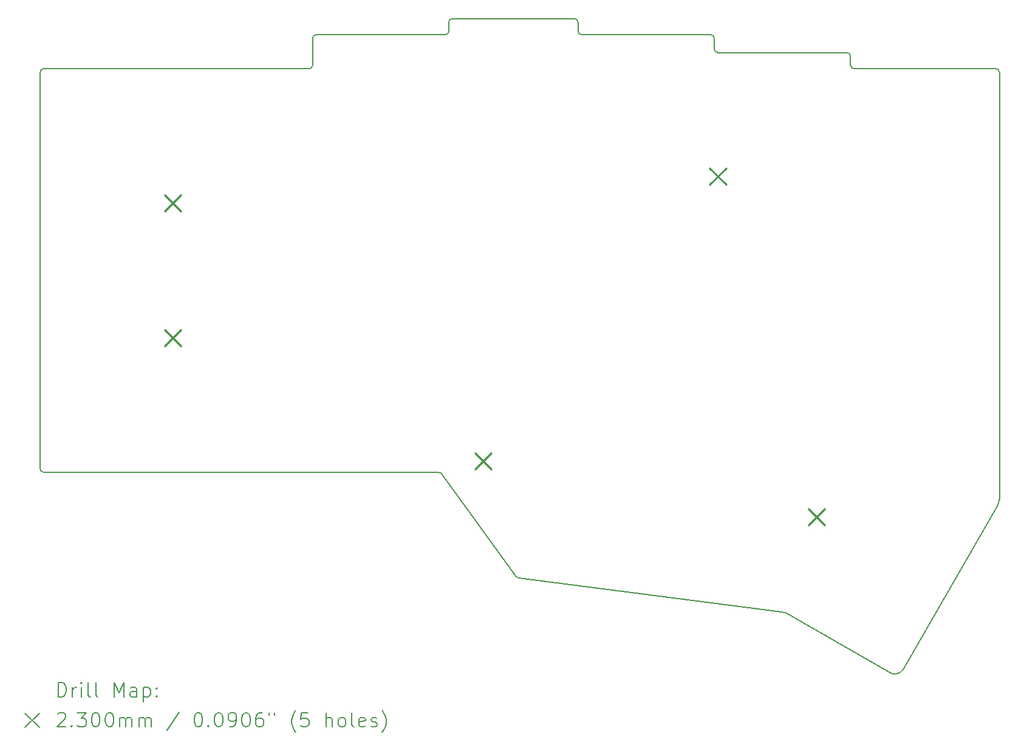
<source format=gbr>
%TF.GenerationSoftware,KiCad,Pcbnew,8.0.3*%
%TF.CreationDate,2024-06-14T21:37:35-03:00*%
%TF.ProjectId,corne-bottom-plate,636f726e-652d-4626-9f74-746f6d2d706c,2.1*%
%TF.SameCoordinates,Original*%
%TF.FileFunction,Drillmap*%
%TF.FilePolarity,Positive*%
%FSLAX45Y45*%
G04 Gerber Fmt 4.5, Leading zero omitted, Abs format (unit mm)*
G04 Created by KiCad (PCBNEW 8.0.3) date 2024-06-14 21:37:35*
%MOMM*%
%LPD*%
G01*
G04 APERTURE LIST*
%ADD10C,0.150000*%
%ADD11C,0.200000*%
%ADD12C,0.230000*%
G04 APERTURE END LIST*
D10*
X6150000Y-12425000D02*
G75*
G02*
X6100000Y-12375000I0J50000D01*
G01*
X9850000Y-6800000D02*
X6150000Y-6800000D01*
X13550000Y-6100000D02*
X11850000Y-6100000D01*
X16507500Y-14390000D02*
X17936925Y-15216096D01*
X15450000Y-6325000D02*
G75*
G02*
X15500000Y-6375000I0J-50000D01*
G01*
X11800000Y-6150000D02*
X11800000Y-6275000D01*
X16442056Y-14377034D02*
G75*
G02*
X16507500Y-14390000I-33316J-339806D01*
G01*
X17350000Y-6575000D02*
G75*
G02*
X17400000Y-6625000I0J-50000D01*
G01*
X11650000Y-12425000D02*
X6149999Y-12425000D01*
X9900000Y-6375000D02*
X9900000Y-6750000D01*
X19425000Y-6800000D02*
G75*
G02*
X19475000Y-6850000I0J-50000D01*
G01*
X17450000Y-6800000D02*
G75*
G02*
X17400000Y-6750000I0J50000D01*
G01*
X9900000Y-6750000D02*
G75*
G02*
X9850000Y-6800000I-50000J0D01*
G01*
X11650000Y-12425000D02*
G75*
G02*
X11685355Y-12439645I0J-50000D01*
G01*
X17400000Y-6625000D02*
X17400000Y-6750000D01*
X6100000Y-6850000D02*
G75*
G02*
X6150000Y-6800000I50000J0D01*
G01*
X17350000Y-6575000D02*
X15550000Y-6575000D01*
X11800000Y-6275000D02*
G75*
G02*
X11750000Y-6325000I-50000J0D01*
G01*
X18129726Y-15178146D02*
X19452500Y-12885000D01*
X15550000Y-6575000D02*
G75*
G02*
X15500000Y-6525000I0J50000D01*
G01*
X11750000Y-6325000D02*
X9950000Y-6325000D01*
X15500000Y-6525000D02*
X15500000Y-6375000D01*
X15450000Y-6325000D02*
X13650000Y-6325000D01*
X13550000Y-6100000D02*
G75*
G02*
X13600000Y-6150000I0J-50000D01*
G01*
X6100000Y-6850000D02*
X6100000Y-12375000D01*
X19475000Y-12797500D02*
G75*
G02*
X19452277Y-12884770I-170230J-2270D01*
G01*
X11800000Y-6150000D02*
G75*
G02*
X11850000Y-6100000I50000J0D01*
G01*
X13650000Y-6325000D02*
G75*
G02*
X13600000Y-6275000I0J50000D01*
G01*
X12775000Y-13900000D02*
G75*
G02*
X12739645Y-13885355I0J50000D01*
G01*
X11685355Y-12439645D02*
X12739645Y-13885355D01*
X18129726Y-15178146D02*
G75*
G02*
X17936928Y-15216091I-115296J77047D01*
G01*
X12775000Y-13900000D02*
X16442056Y-14377034D01*
X9900000Y-6375000D02*
G75*
G02*
X9950000Y-6325000I50000J0D01*
G01*
X19425000Y-6800000D02*
X17450000Y-6800000D01*
X13600000Y-6275000D02*
X13600000Y-6150000D01*
X19475000Y-6850000D02*
X19475000Y-12797500D01*
D11*
D12*
X7835000Y-8560000D02*
X8065000Y-8790000D01*
X8065000Y-8560000D02*
X7835000Y-8790000D01*
X7835000Y-10435000D02*
X8065000Y-10665000D01*
X8065000Y-10435000D02*
X7835000Y-10665000D01*
X12160000Y-12160000D02*
X12390000Y-12390000D01*
X12390000Y-12160000D02*
X12160000Y-12390000D01*
X15435000Y-8185000D02*
X15665000Y-8415000D01*
X15665000Y-8185000D02*
X15435000Y-8415000D01*
X16810000Y-12935000D02*
X17040000Y-13165000D01*
X17040000Y-12935000D02*
X16810000Y-13165000D01*
D11*
X6353277Y-15558754D02*
X6353277Y-15358754D01*
X6353277Y-15358754D02*
X6400896Y-15358754D01*
X6400896Y-15358754D02*
X6429467Y-15368278D01*
X6429467Y-15368278D02*
X6448515Y-15387325D01*
X6448515Y-15387325D02*
X6458039Y-15406373D01*
X6458039Y-15406373D02*
X6467562Y-15444468D01*
X6467562Y-15444468D02*
X6467562Y-15473040D01*
X6467562Y-15473040D02*
X6458039Y-15511135D01*
X6458039Y-15511135D02*
X6448515Y-15530182D01*
X6448515Y-15530182D02*
X6429467Y-15549230D01*
X6429467Y-15549230D02*
X6400896Y-15558754D01*
X6400896Y-15558754D02*
X6353277Y-15558754D01*
X6553277Y-15558754D02*
X6553277Y-15425420D01*
X6553277Y-15463516D02*
X6562801Y-15444468D01*
X6562801Y-15444468D02*
X6572324Y-15434944D01*
X6572324Y-15434944D02*
X6591372Y-15425420D01*
X6591372Y-15425420D02*
X6610420Y-15425420D01*
X6677086Y-15558754D02*
X6677086Y-15425420D01*
X6677086Y-15358754D02*
X6667562Y-15368278D01*
X6667562Y-15368278D02*
X6677086Y-15377801D01*
X6677086Y-15377801D02*
X6686610Y-15368278D01*
X6686610Y-15368278D02*
X6677086Y-15358754D01*
X6677086Y-15358754D02*
X6677086Y-15377801D01*
X6800896Y-15558754D02*
X6781848Y-15549230D01*
X6781848Y-15549230D02*
X6772324Y-15530182D01*
X6772324Y-15530182D02*
X6772324Y-15358754D01*
X6905658Y-15558754D02*
X6886610Y-15549230D01*
X6886610Y-15549230D02*
X6877086Y-15530182D01*
X6877086Y-15530182D02*
X6877086Y-15358754D01*
X7134229Y-15558754D02*
X7134229Y-15358754D01*
X7134229Y-15358754D02*
X7200896Y-15501611D01*
X7200896Y-15501611D02*
X7267562Y-15358754D01*
X7267562Y-15358754D02*
X7267562Y-15558754D01*
X7448515Y-15558754D02*
X7448515Y-15453992D01*
X7448515Y-15453992D02*
X7438991Y-15434944D01*
X7438991Y-15434944D02*
X7419943Y-15425420D01*
X7419943Y-15425420D02*
X7381848Y-15425420D01*
X7381848Y-15425420D02*
X7362801Y-15434944D01*
X7448515Y-15549230D02*
X7429467Y-15558754D01*
X7429467Y-15558754D02*
X7381848Y-15558754D01*
X7381848Y-15558754D02*
X7362801Y-15549230D01*
X7362801Y-15549230D02*
X7353277Y-15530182D01*
X7353277Y-15530182D02*
X7353277Y-15511135D01*
X7353277Y-15511135D02*
X7362801Y-15492087D01*
X7362801Y-15492087D02*
X7381848Y-15482563D01*
X7381848Y-15482563D02*
X7429467Y-15482563D01*
X7429467Y-15482563D02*
X7448515Y-15473040D01*
X7543753Y-15425420D02*
X7543753Y-15625420D01*
X7543753Y-15434944D02*
X7562801Y-15425420D01*
X7562801Y-15425420D02*
X7600896Y-15425420D01*
X7600896Y-15425420D02*
X7619943Y-15434944D01*
X7619943Y-15434944D02*
X7629467Y-15444468D01*
X7629467Y-15444468D02*
X7638991Y-15463516D01*
X7638991Y-15463516D02*
X7638991Y-15520659D01*
X7638991Y-15520659D02*
X7629467Y-15539706D01*
X7629467Y-15539706D02*
X7619943Y-15549230D01*
X7619943Y-15549230D02*
X7600896Y-15558754D01*
X7600896Y-15558754D02*
X7562801Y-15558754D01*
X7562801Y-15558754D02*
X7543753Y-15549230D01*
X7724705Y-15539706D02*
X7734229Y-15549230D01*
X7734229Y-15549230D02*
X7724705Y-15558754D01*
X7724705Y-15558754D02*
X7715182Y-15549230D01*
X7715182Y-15549230D02*
X7724705Y-15539706D01*
X7724705Y-15539706D02*
X7724705Y-15558754D01*
X7724705Y-15434944D02*
X7734229Y-15444468D01*
X7734229Y-15444468D02*
X7724705Y-15453992D01*
X7724705Y-15453992D02*
X7715182Y-15444468D01*
X7715182Y-15444468D02*
X7724705Y-15434944D01*
X7724705Y-15434944D02*
X7724705Y-15453992D01*
X5892500Y-15787270D02*
X6092500Y-15987270D01*
X6092500Y-15787270D02*
X5892500Y-15987270D01*
X6343753Y-15797801D02*
X6353277Y-15788278D01*
X6353277Y-15788278D02*
X6372324Y-15778754D01*
X6372324Y-15778754D02*
X6419943Y-15778754D01*
X6419943Y-15778754D02*
X6438991Y-15788278D01*
X6438991Y-15788278D02*
X6448515Y-15797801D01*
X6448515Y-15797801D02*
X6458039Y-15816849D01*
X6458039Y-15816849D02*
X6458039Y-15835897D01*
X6458039Y-15835897D02*
X6448515Y-15864468D01*
X6448515Y-15864468D02*
X6334229Y-15978754D01*
X6334229Y-15978754D02*
X6458039Y-15978754D01*
X6543753Y-15959706D02*
X6553277Y-15969230D01*
X6553277Y-15969230D02*
X6543753Y-15978754D01*
X6543753Y-15978754D02*
X6534229Y-15969230D01*
X6534229Y-15969230D02*
X6543753Y-15959706D01*
X6543753Y-15959706D02*
X6543753Y-15978754D01*
X6619943Y-15778754D02*
X6743753Y-15778754D01*
X6743753Y-15778754D02*
X6677086Y-15854944D01*
X6677086Y-15854944D02*
X6705658Y-15854944D01*
X6705658Y-15854944D02*
X6724705Y-15864468D01*
X6724705Y-15864468D02*
X6734229Y-15873992D01*
X6734229Y-15873992D02*
X6743753Y-15893040D01*
X6743753Y-15893040D02*
X6743753Y-15940659D01*
X6743753Y-15940659D02*
X6734229Y-15959706D01*
X6734229Y-15959706D02*
X6724705Y-15969230D01*
X6724705Y-15969230D02*
X6705658Y-15978754D01*
X6705658Y-15978754D02*
X6648515Y-15978754D01*
X6648515Y-15978754D02*
X6629467Y-15969230D01*
X6629467Y-15969230D02*
X6619943Y-15959706D01*
X6867562Y-15778754D02*
X6886610Y-15778754D01*
X6886610Y-15778754D02*
X6905658Y-15788278D01*
X6905658Y-15788278D02*
X6915182Y-15797801D01*
X6915182Y-15797801D02*
X6924705Y-15816849D01*
X6924705Y-15816849D02*
X6934229Y-15854944D01*
X6934229Y-15854944D02*
X6934229Y-15902563D01*
X6934229Y-15902563D02*
X6924705Y-15940659D01*
X6924705Y-15940659D02*
X6915182Y-15959706D01*
X6915182Y-15959706D02*
X6905658Y-15969230D01*
X6905658Y-15969230D02*
X6886610Y-15978754D01*
X6886610Y-15978754D02*
X6867562Y-15978754D01*
X6867562Y-15978754D02*
X6848515Y-15969230D01*
X6848515Y-15969230D02*
X6838991Y-15959706D01*
X6838991Y-15959706D02*
X6829467Y-15940659D01*
X6829467Y-15940659D02*
X6819943Y-15902563D01*
X6819943Y-15902563D02*
X6819943Y-15854944D01*
X6819943Y-15854944D02*
X6829467Y-15816849D01*
X6829467Y-15816849D02*
X6838991Y-15797801D01*
X6838991Y-15797801D02*
X6848515Y-15788278D01*
X6848515Y-15788278D02*
X6867562Y-15778754D01*
X7058039Y-15778754D02*
X7077086Y-15778754D01*
X7077086Y-15778754D02*
X7096134Y-15788278D01*
X7096134Y-15788278D02*
X7105658Y-15797801D01*
X7105658Y-15797801D02*
X7115182Y-15816849D01*
X7115182Y-15816849D02*
X7124705Y-15854944D01*
X7124705Y-15854944D02*
X7124705Y-15902563D01*
X7124705Y-15902563D02*
X7115182Y-15940659D01*
X7115182Y-15940659D02*
X7105658Y-15959706D01*
X7105658Y-15959706D02*
X7096134Y-15969230D01*
X7096134Y-15969230D02*
X7077086Y-15978754D01*
X7077086Y-15978754D02*
X7058039Y-15978754D01*
X7058039Y-15978754D02*
X7038991Y-15969230D01*
X7038991Y-15969230D02*
X7029467Y-15959706D01*
X7029467Y-15959706D02*
X7019943Y-15940659D01*
X7019943Y-15940659D02*
X7010420Y-15902563D01*
X7010420Y-15902563D02*
X7010420Y-15854944D01*
X7010420Y-15854944D02*
X7019943Y-15816849D01*
X7019943Y-15816849D02*
X7029467Y-15797801D01*
X7029467Y-15797801D02*
X7038991Y-15788278D01*
X7038991Y-15788278D02*
X7058039Y-15778754D01*
X7210420Y-15978754D02*
X7210420Y-15845420D01*
X7210420Y-15864468D02*
X7219943Y-15854944D01*
X7219943Y-15854944D02*
X7238991Y-15845420D01*
X7238991Y-15845420D02*
X7267563Y-15845420D01*
X7267563Y-15845420D02*
X7286610Y-15854944D01*
X7286610Y-15854944D02*
X7296134Y-15873992D01*
X7296134Y-15873992D02*
X7296134Y-15978754D01*
X7296134Y-15873992D02*
X7305658Y-15854944D01*
X7305658Y-15854944D02*
X7324705Y-15845420D01*
X7324705Y-15845420D02*
X7353277Y-15845420D01*
X7353277Y-15845420D02*
X7372324Y-15854944D01*
X7372324Y-15854944D02*
X7381848Y-15873992D01*
X7381848Y-15873992D02*
X7381848Y-15978754D01*
X7477086Y-15978754D02*
X7477086Y-15845420D01*
X7477086Y-15864468D02*
X7486610Y-15854944D01*
X7486610Y-15854944D02*
X7505658Y-15845420D01*
X7505658Y-15845420D02*
X7534229Y-15845420D01*
X7534229Y-15845420D02*
X7553277Y-15854944D01*
X7553277Y-15854944D02*
X7562801Y-15873992D01*
X7562801Y-15873992D02*
X7562801Y-15978754D01*
X7562801Y-15873992D02*
X7572324Y-15854944D01*
X7572324Y-15854944D02*
X7591372Y-15845420D01*
X7591372Y-15845420D02*
X7619943Y-15845420D01*
X7619943Y-15845420D02*
X7638991Y-15854944D01*
X7638991Y-15854944D02*
X7648515Y-15873992D01*
X7648515Y-15873992D02*
X7648515Y-15978754D01*
X8038991Y-15769230D02*
X7867563Y-16026373D01*
X8296134Y-15778754D02*
X8315182Y-15778754D01*
X8315182Y-15778754D02*
X8334229Y-15788278D01*
X8334229Y-15788278D02*
X8343753Y-15797801D01*
X8343753Y-15797801D02*
X8353277Y-15816849D01*
X8353277Y-15816849D02*
X8362801Y-15854944D01*
X8362801Y-15854944D02*
X8362801Y-15902563D01*
X8362801Y-15902563D02*
X8353277Y-15940659D01*
X8353277Y-15940659D02*
X8343753Y-15959706D01*
X8343753Y-15959706D02*
X8334229Y-15969230D01*
X8334229Y-15969230D02*
X8315182Y-15978754D01*
X8315182Y-15978754D02*
X8296134Y-15978754D01*
X8296134Y-15978754D02*
X8277086Y-15969230D01*
X8277086Y-15969230D02*
X8267563Y-15959706D01*
X8267563Y-15959706D02*
X8258039Y-15940659D01*
X8258039Y-15940659D02*
X8248515Y-15902563D01*
X8248515Y-15902563D02*
X8248515Y-15854944D01*
X8248515Y-15854944D02*
X8258039Y-15816849D01*
X8258039Y-15816849D02*
X8267563Y-15797801D01*
X8267563Y-15797801D02*
X8277086Y-15788278D01*
X8277086Y-15788278D02*
X8296134Y-15778754D01*
X8448515Y-15959706D02*
X8458039Y-15969230D01*
X8458039Y-15969230D02*
X8448515Y-15978754D01*
X8448515Y-15978754D02*
X8438991Y-15969230D01*
X8438991Y-15969230D02*
X8448515Y-15959706D01*
X8448515Y-15959706D02*
X8448515Y-15978754D01*
X8581848Y-15778754D02*
X8600896Y-15778754D01*
X8600896Y-15778754D02*
X8619944Y-15788278D01*
X8619944Y-15788278D02*
X8629468Y-15797801D01*
X8629468Y-15797801D02*
X8638991Y-15816849D01*
X8638991Y-15816849D02*
X8648515Y-15854944D01*
X8648515Y-15854944D02*
X8648515Y-15902563D01*
X8648515Y-15902563D02*
X8638991Y-15940659D01*
X8638991Y-15940659D02*
X8629468Y-15959706D01*
X8629468Y-15959706D02*
X8619944Y-15969230D01*
X8619944Y-15969230D02*
X8600896Y-15978754D01*
X8600896Y-15978754D02*
X8581848Y-15978754D01*
X8581848Y-15978754D02*
X8562801Y-15969230D01*
X8562801Y-15969230D02*
X8553277Y-15959706D01*
X8553277Y-15959706D02*
X8543753Y-15940659D01*
X8543753Y-15940659D02*
X8534229Y-15902563D01*
X8534229Y-15902563D02*
X8534229Y-15854944D01*
X8534229Y-15854944D02*
X8543753Y-15816849D01*
X8543753Y-15816849D02*
X8553277Y-15797801D01*
X8553277Y-15797801D02*
X8562801Y-15788278D01*
X8562801Y-15788278D02*
X8581848Y-15778754D01*
X8743753Y-15978754D02*
X8781848Y-15978754D01*
X8781848Y-15978754D02*
X8800896Y-15969230D01*
X8800896Y-15969230D02*
X8810420Y-15959706D01*
X8810420Y-15959706D02*
X8829468Y-15931135D01*
X8829468Y-15931135D02*
X8838991Y-15893040D01*
X8838991Y-15893040D02*
X8838991Y-15816849D01*
X8838991Y-15816849D02*
X8829468Y-15797801D01*
X8829468Y-15797801D02*
X8819944Y-15788278D01*
X8819944Y-15788278D02*
X8800896Y-15778754D01*
X8800896Y-15778754D02*
X8762801Y-15778754D01*
X8762801Y-15778754D02*
X8743753Y-15788278D01*
X8743753Y-15788278D02*
X8734229Y-15797801D01*
X8734229Y-15797801D02*
X8724706Y-15816849D01*
X8724706Y-15816849D02*
X8724706Y-15864468D01*
X8724706Y-15864468D02*
X8734229Y-15883516D01*
X8734229Y-15883516D02*
X8743753Y-15893040D01*
X8743753Y-15893040D02*
X8762801Y-15902563D01*
X8762801Y-15902563D02*
X8800896Y-15902563D01*
X8800896Y-15902563D02*
X8819944Y-15893040D01*
X8819944Y-15893040D02*
X8829468Y-15883516D01*
X8829468Y-15883516D02*
X8838991Y-15864468D01*
X8962801Y-15778754D02*
X8981849Y-15778754D01*
X8981849Y-15778754D02*
X9000896Y-15788278D01*
X9000896Y-15788278D02*
X9010420Y-15797801D01*
X9010420Y-15797801D02*
X9019944Y-15816849D01*
X9019944Y-15816849D02*
X9029468Y-15854944D01*
X9029468Y-15854944D02*
X9029468Y-15902563D01*
X9029468Y-15902563D02*
X9019944Y-15940659D01*
X9019944Y-15940659D02*
X9010420Y-15959706D01*
X9010420Y-15959706D02*
X9000896Y-15969230D01*
X9000896Y-15969230D02*
X8981849Y-15978754D01*
X8981849Y-15978754D02*
X8962801Y-15978754D01*
X8962801Y-15978754D02*
X8943753Y-15969230D01*
X8943753Y-15969230D02*
X8934229Y-15959706D01*
X8934229Y-15959706D02*
X8924706Y-15940659D01*
X8924706Y-15940659D02*
X8915182Y-15902563D01*
X8915182Y-15902563D02*
X8915182Y-15854944D01*
X8915182Y-15854944D02*
X8924706Y-15816849D01*
X8924706Y-15816849D02*
X8934229Y-15797801D01*
X8934229Y-15797801D02*
X8943753Y-15788278D01*
X8943753Y-15788278D02*
X8962801Y-15778754D01*
X9200896Y-15778754D02*
X9162801Y-15778754D01*
X9162801Y-15778754D02*
X9143753Y-15788278D01*
X9143753Y-15788278D02*
X9134229Y-15797801D01*
X9134229Y-15797801D02*
X9115182Y-15826373D01*
X9115182Y-15826373D02*
X9105658Y-15864468D01*
X9105658Y-15864468D02*
X9105658Y-15940659D01*
X9105658Y-15940659D02*
X9115182Y-15959706D01*
X9115182Y-15959706D02*
X9124706Y-15969230D01*
X9124706Y-15969230D02*
X9143753Y-15978754D01*
X9143753Y-15978754D02*
X9181849Y-15978754D01*
X9181849Y-15978754D02*
X9200896Y-15969230D01*
X9200896Y-15969230D02*
X9210420Y-15959706D01*
X9210420Y-15959706D02*
X9219944Y-15940659D01*
X9219944Y-15940659D02*
X9219944Y-15893040D01*
X9219944Y-15893040D02*
X9210420Y-15873992D01*
X9210420Y-15873992D02*
X9200896Y-15864468D01*
X9200896Y-15864468D02*
X9181849Y-15854944D01*
X9181849Y-15854944D02*
X9143753Y-15854944D01*
X9143753Y-15854944D02*
X9124706Y-15864468D01*
X9124706Y-15864468D02*
X9115182Y-15873992D01*
X9115182Y-15873992D02*
X9105658Y-15893040D01*
X9296134Y-15778754D02*
X9296134Y-15816849D01*
X9372325Y-15778754D02*
X9372325Y-15816849D01*
X9667563Y-16054944D02*
X9658039Y-16045420D01*
X9658039Y-16045420D02*
X9638991Y-16016849D01*
X9638991Y-16016849D02*
X9629468Y-15997801D01*
X9629468Y-15997801D02*
X9619944Y-15969230D01*
X9619944Y-15969230D02*
X9610420Y-15921611D01*
X9610420Y-15921611D02*
X9610420Y-15883516D01*
X9610420Y-15883516D02*
X9619944Y-15835897D01*
X9619944Y-15835897D02*
X9629468Y-15807325D01*
X9629468Y-15807325D02*
X9638991Y-15788278D01*
X9638991Y-15788278D02*
X9658039Y-15759706D01*
X9658039Y-15759706D02*
X9667563Y-15750182D01*
X9838991Y-15778754D02*
X9743753Y-15778754D01*
X9743753Y-15778754D02*
X9734230Y-15873992D01*
X9734230Y-15873992D02*
X9743753Y-15864468D01*
X9743753Y-15864468D02*
X9762801Y-15854944D01*
X9762801Y-15854944D02*
X9810420Y-15854944D01*
X9810420Y-15854944D02*
X9829468Y-15864468D01*
X9829468Y-15864468D02*
X9838991Y-15873992D01*
X9838991Y-15873992D02*
X9848515Y-15893040D01*
X9848515Y-15893040D02*
X9848515Y-15940659D01*
X9848515Y-15940659D02*
X9838991Y-15959706D01*
X9838991Y-15959706D02*
X9829468Y-15969230D01*
X9829468Y-15969230D02*
X9810420Y-15978754D01*
X9810420Y-15978754D02*
X9762801Y-15978754D01*
X9762801Y-15978754D02*
X9743753Y-15969230D01*
X9743753Y-15969230D02*
X9734230Y-15959706D01*
X10086611Y-15978754D02*
X10086611Y-15778754D01*
X10172325Y-15978754D02*
X10172325Y-15873992D01*
X10172325Y-15873992D02*
X10162801Y-15854944D01*
X10162801Y-15854944D02*
X10143753Y-15845420D01*
X10143753Y-15845420D02*
X10115182Y-15845420D01*
X10115182Y-15845420D02*
X10096134Y-15854944D01*
X10096134Y-15854944D02*
X10086611Y-15864468D01*
X10296134Y-15978754D02*
X10277087Y-15969230D01*
X10277087Y-15969230D02*
X10267563Y-15959706D01*
X10267563Y-15959706D02*
X10258039Y-15940659D01*
X10258039Y-15940659D02*
X10258039Y-15883516D01*
X10258039Y-15883516D02*
X10267563Y-15864468D01*
X10267563Y-15864468D02*
X10277087Y-15854944D01*
X10277087Y-15854944D02*
X10296134Y-15845420D01*
X10296134Y-15845420D02*
X10324706Y-15845420D01*
X10324706Y-15845420D02*
X10343753Y-15854944D01*
X10343753Y-15854944D02*
X10353277Y-15864468D01*
X10353277Y-15864468D02*
X10362801Y-15883516D01*
X10362801Y-15883516D02*
X10362801Y-15940659D01*
X10362801Y-15940659D02*
X10353277Y-15959706D01*
X10353277Y-15959706D02*
X10343753Y-15969230D01*
X10343753Y-15969230D02*
X10324706Y-15978754D01*
X10324706Y-15978754D02*
X10296134Y-15978754D01*
X10477087Y-15978754D02*
X10458039Y-15969230D01*
X10458039Y-15969230D02*
X10448515Y-15950182D01*
X10448515Y-15950182D02*
X10448515Y-15778754D01*
X10629468Y-15969230D02*
X10610420Y-15978754D01*
X10610420Y-15978754D02*
X10572325Y-15978754D01*
X10572325Y-15978754D02*
X10553277Y-15969230D01*
X10553277Y-15969230D02*
X10543753Y-15950182D01*
X10543753Y-15950182D02*
X10543753Y-15873992D01*
X10543753Y-15873992D02*
X10553277Y-15854944D01*
X10553277Y-15854944D02*
X10572325Y-15845420D01*
X10572325Y-15845420D02*
X10610420Y-15845420D01*
X10610420Y-15845420D02*
X10629468Y-15854944D01*
X10629468Y-15854944D02*
X10638992Y-15873992D01*
X10638992Y-15873992D02*
X10638992Y-15893040D01*
X10638992Y-15893040D02*
X10543753Y-15912087D01*
X10715182Y-15969230D02*
X10734230Y-15978754D01*
X10734230Y-15978754D02*
X10772325Y-15978754D01*
X10772325Y-15978754D02*
X10791373Y-15969230D01*
X10791373Y-15969230D02*
X10800896Y-15950182D01*
X10800896Y-15950182D02*
X10800896Y-15940659D01*
X10800896Y-15940659D02*
X10791373Y-15921611D01*
X10791373Y-15921611D02*
X10772325Y-15912087D01*
X10772325Y-15912087D02*
X10743753Y-15912087D01*
X10743753Y-15912087D02*
X10724706Y-15902563D01*
X10724706Y-15902563D02*
X10715182Y-15883516D01*
X10715182Y-15883516D02*
X10715182Y-15873992D01*
X10715182Y-15873992D02*
X10724706Y-15854944D01*
X10724706Y-15854944D02*
X10743753Y-15845420D01*
X10743753Y-15845420D02*
X10772325Y-15845420D01*
X10772325Y-15845420D02*
X10791373Y-15854944D01*
X10867563Y-16054944D02*
X10877087Y-16045420D01*
X10877087Y-16045420D02*
X10896134Y-16016849D01*
X10896134Y-16016849D02*
X10905658Y-15997801D01*
X10905658Y-15997801D02*
X10915182Y-15969230D01*
X10915182Y-15969230D02*
X10924706Y-15921611D01*
X10924706Y-15921611D02*
X10924706Y-15883516D01*
X10924706Y-15883516D02*
X10915182Y-15835897D01*
X10915182Y-15835897D02*
X10905658Y-15807325D01*
X10905658Y-15807325D02*
X10896134Y-15788278D01*
X10896134Y-15788278D02*
X10877087Y-15759706D01*
X10877087Y-15759706D02*
X10867563Y-15750182D01*
M02*

</source>
